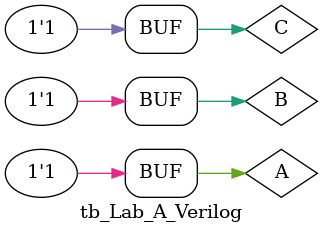
<source format=v>
`timescale 1ns / 1ps


module tb_Lab_A_Verilog;

	// Inputs
	reg A;
	reg B;
	reg C;

	// Outputs
	wire Y;

	// Instantiate the Unit Under Test (UUT)
	Lab_A_Verilog uut (
		.Y(Y), 
		.A(A), 
		.B(B), 
		.C(C)
	);

	initial begin
	
			A = 0;B = 0;C = 0;
		#5 A = 0;B = 0;C = 1;
		#5 A = 0;B = 1;C = 0;
		#5 A = 0;B = 1;C = 1;
		#5 A = 1;B = 0;C = 0;
		#5 A = 1;B = 0;C = 1;
		#5 A = 1;B = 1;C = 0;
		#5 A = 1;B = 1;C = 1;
	end
      
endmodule


</source>
